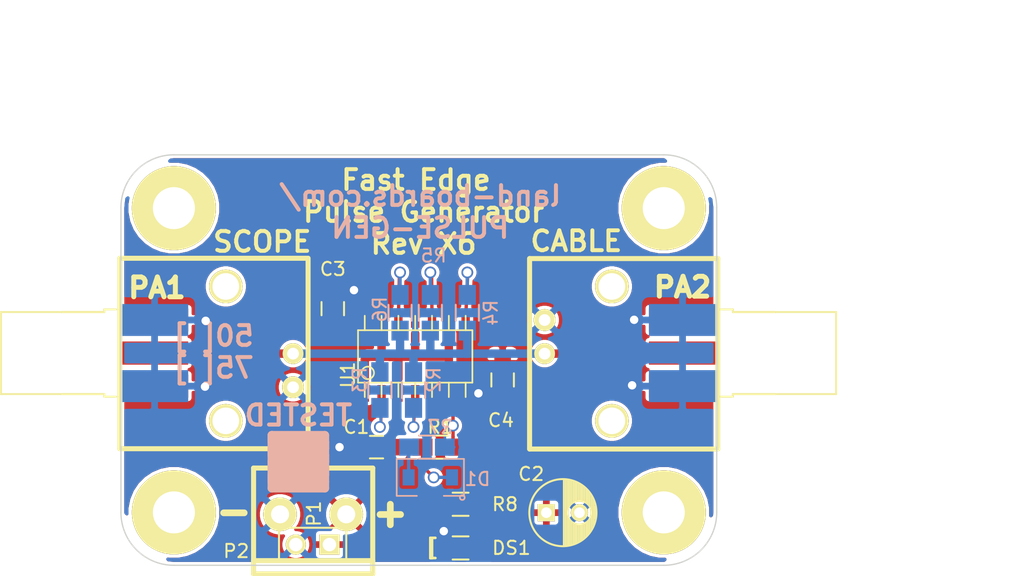
<source format=kicad_pcb>
(kicad_pcb (version 20211014) (generator pcbnew)
  (layers (0 "F.Cu" signal) (31 "B.Cu" signal) (36 "B.SilkS" user "B.Silkscreen") (37 "F.SilkS" user "F.Silkscreen") (38 "B.Mask" user) (39 "F.Mask" user) (44 "Edge.Cuts" user))
  (net 0 "")
  (net 1 "GND")
  (net 2 "VCC")
  (net 3 "Net-(C1-Pad1)")
  (net 4 "Net-(D1-Pad2)")
  (net 5 "Net-(DS1-Pad1)")
  (net 6 "Net-(PA1-Pad1)")
  (net 7 "Net-(R1-Pad2)")
  (net 8 "Net-(R2-Pad1)")
  (net 9 "Net-(R3-Pad1)")
  (net 10 "Net-(R4-Pad1)")
  (net 11 "Net-(R5-Pad1)")
  (net 12 "Net-(R6-Pad1)")
  (footprint "Capacitors_ThroughHole:C_Radial_D5_L11_P2.5" (layer "F.Cu") (at 32.131 27.051)
    (fp_text reference "C2" (at -1.143 -2.921) (layer "F.SilkS"))
    (fp_text value "47uF" hide)
    (fp_line (start 2.165 0.835) (end 2.165 2.327) (layer "F.SilkS") (width 0.15))
    (fp_line (start 3.565 -0.944) (end 3.565 0.944) (layer "F.SilkS") (width 0.15))
    (fp_line (start 2.725 0.871) (end 2.725 2.019) (layer "F.SilkS") (width 0.15))
    (fp_line (start 1.605 -2.475) (end 1.605 -0.095) (layer "F.SilkS") (width 0.15))
    (fp_line (start 1.885 0.657) (end 1.885 2.418) (layer "F.SilkS") (width 0.15))
    (fp_line (start 1.745 -2.451) (end 1.745 -0.49) (layer "F.SilkS") (width 0.15))
    (fp_line (start 2.165 -2.327) (end 2.165 -0.835) (layer "F.SilkS") (width 0.15))
    (fp_line (start 2.865 -1.908) (end 2.865 -0.823) (layer "F.SilkS") (width 0.15))
    (fp_line (start 3.005 0.745) (end 3.005 1.78) (layer "F.SilkS") (width 0.15))
    (fp_line (start 1.325 -2.499) (end 1.325 2.499) (layer "F.SilkS") (width 0.15))
    (fp_line (start 2.585 -2.114) (end 2.585 -0.896) (layer "F.SilkS") (width 0.15))
    (fp_line (start 3.285 0.44) (end 3.285 1.452) (layer "F.SilkS") (width 0.15))
    (fp_line (start 2.305 -2.266) (end 2.305 -0.879) (layer "F.SilkS") (width 0.15))
    (fp_line (start 2.305 0.879) (end 2.305 2.266) (layer "F.SilkS") (width 0.15))
    (fp_line (start 1.885 -2.418) (end 1.885 -0.657) (layer "F.SilkS") (width 0.15))
    (fp_line (start 3.425 -1.233) (end 3.425 1.233) (layer "F.SilkS") (width 0.15))
    (fp_line (start 3.705 -0.472) (end 3.705 0.472) (layer "F.SilkS") (width 0.15))
    (fp_line (start 3.285 -1.452) (end 3.285 -0.44) (layer "F.SilkS") (width 0.15))
    (fp_line (start 2.865 0.823) (end 2.865 1.908) (layer "F.SilkS") (width 0.15))
    (fp_line (start 2.725 -2.019) (end 2.725 -0.871) (layer "F.SilkS") (width 0.15))
    (fp_line (start 2.025 -2.377) (end 2.025 -0.764) (layer "F.SilkS") (width 0.15))
    (fp_line (start 3.145 0.628) (end 3.145 1.631) (layer "F.SilkS") (width 0.15))
    (fp_line (start 3.005 -1.78) (end 3.005 -0.745) (layer "F.SilkS") (width 0.15))
    (fp_line (start 2.445 -2.196) (end 2.445 -0.898) (layer "F.SilkS") (width 0.15))
    (fp_line (start 1.745 0.49) (end 1.745 2.451) (layer "F.SilkS") (width 0.15))
    (fp_line (start 2.445 0.898) (end 2.445 2.196) (layer "F.SilkS") (width 0.15))
    (fp_line (start 3.145 -1.631) (end 3.145 -0.628) (layer "F.SilkS") (width 0.15))
    (fp_line (start 1.465 -2.491) (end 1.465 2.491) (layer "F.SilkS") (width 0.15))
    (fp_line (start 1.605 0.095) (end 1.605 2.475) (layer "F.SilkS") (width 0.15))
    (fp_line (start 2.585 0.896) (end 2.585 2.114) (layer "F.SilkS") (width 0.15))
    (fp_line (start 2.025 0.764) (end 2.025 2.377) (layer "F.SilkS") (width 0.15))
    (fp_circle (center 1.25 0) (end 1.25 -2.5375) (layer "F.SilkS") (width 0.15) (fill none))
    (fp_circle (center 2.5 0) (end 2.5 -0.9) (layer "F.SilkS") (width 0.15) (fill none))
    (pad "1" thru_hole rect locked (at 0 0) (size 1.3 1.3) (drill 0.8) (layers *.Cu *.Mask "F.SilkS") (net 2 "VCC"))
    (pad "2" thru_hole circle locked (at 2.5 0) (size 1.3 1.3) (drill 0.8) (layers *.Cu *.Mask "F.SilkS") (net 1 "GND"))
  )
  (footprint "TB2-5MM" (layer "F.Cu") (at 17.018 27.178 180)
    (fp_text reference "P2" (at 8.31 -2.78 180) (layer "F.SilkS"))
    (fp_text value "CONN_2" hide)
    (fp_line (start -2 -4.5) (end 7 -4.5) (layer "F.SilkS") (width 0.381))
    (fp_line (start -2 3.5) (end 7 3.5) (layer "F.SilkS") (width 0.381))
    (fp_line (start -2 -3.5) (end 7 -3.5) (layer "F.SilkS") (width 0.381))
    (fp_line (start -2 -4.5) (end -2 3.5) (layer "F.SilkS") (width 0.381))
    (fp_line (start 7 -4.5) (end 7 3.5) (layer "F.SilkS") (width 0.381))
    (pad "1" thru_hole circle locked (at 0 0 180) (size 2.54 2.54) (drill 1.3589) (layers *.Cu *.Mask "F.SilkS") (net 2 "VCC"))
    (pad "2" thru_hole circle locked (at 5 0 180) (size 2.54 2.54) (drill 1.3589) (layers *.Cu *.Mask "F.SilkS") (net 1 "GND"))
  )
  (footprint "so-14" (layer "F.Cu") (at 22.225 15.24)
    (fp_text reference "U1" (at -5.08 1.397 90) (layer "F.SilkS"))
    (fp_text value "74AC14" hide)
    (fp_line (start -4.318 1.9812) (end 4.318 1.9812) (layer "F.SilkS") (width 0.127))
    (fp_line (start -3.81 -1.9812) (end -3.81 -3.0734) (layer "F.SilkS") (width 0.127))
    (fp_line (start 2.54 1.9812) (end 2.54 3.0734) (layer "F.SilkS") (width 0.127))
    (fp_line (start -2.54 -1.9812) (end -2.54 -3.0734) (layer "F.SilkS") (width 0.127))
    (fp_line (start 1.27 -3.0734) (end 1.27 -1.9812) (layer "F.SilkS") (width 0.127))
    (fp_line (start 3.81 -3.0734) (end 3.81 -1.9812) (layer "F.SilkS") (width 0.127))
    (fp_line (start -4.318 -1.9812) (end -4.318 1.9812) (layer "F.SilkS") (width 0.127))
    (fp_line (start 3.81 1.9812) (end 3.81 3.0734) (layer "F.SilkS") (width 0.127))
    (fp_line (start 4.318 1.9812) (end 4.318 -1.9812) (layer "F.SilkS") (width 0.127))
    (fp_line (start -1.27 3.0734) (end -1.27 1.9812) (layer "F.SilkS") (width 0.127))
    (fp_line (start -1.27 -1.9812) (end -1.27 -3.0734) (layer "F.SilkS") (width 0.127))
    (fp_line (start 0 -1.9812) (end 0 -3.0734) (layer "F.SilkS") (width 0.127))
    (fp_line (start -2.54 3.0734) (end -2.54 1.9812) (layer "F.SilkS") (width 0.127))
    (fp_line (start 1.27 3.0734) (end 1.27 1.9812) (layer "F.SilkS") (width 0.127))
    (fp_line (start 4.318 -1.9812) (end -4.318 -1.9812) (layer "F.SilkS") (width 0.127))
    (fp_line (start 0 3.0734) (end 0 1.9812) (layer "F.SilkS") (width 0.127))
    (fp_line (start 2.54 -3.0734) (end 2.54 -1.9812) (layer "F.SilkS") (width 0.127))
    (fp_line (start -3.81 1.9812) (end -3.81 3.0734) (layer "F.SilkS") (width 0.127))
    (fp_circle (center -3.5814 1.2446) (end -3.8608 1.6256) (layer "F.SilkS") (width 0.127) (fill none))
    (pad "1" smd rect locked (at -3.81 2.794) (size 0.635 1.27) (layers "F.Cu" "F.Mask") (net 7 "Net-(R1-Pad2)"))
    (pad "2" smd rect locked (at -2.54 2.794) (size 0.635 1.27) (layers "F.Cu" "F.Mask") (net 9 "Net-(R3-Pad1)"))
    (pad "3" smd rect locked (at -1.27 2.794) (size 0.635 1.27) (layers "F.Cu" "F.Mask") (net 7 "Net-(R1-Pad2)"))
    (pad "4" smd rect locked (at 0 2.794) (size 0.635 1.27) (layers "F.Cu" "F.Mask") (net 8 "Net-(R2-Pad1)"))
    (pad "5" smd rect locked (at 1.27 2.794) (size 0.635 1.27) (layers "F.Cu" "F.Mask") (net 3 "Net-(C1-Pad1)"))
    (pad "6" smd rect locked (at 2.54 2.794) (size 0.635 1.27) (layers "F.Cu" "F.Mask") (net 7 "Net-(R1-Pad2)"))
    (pad "7" smd rect locked (at 3.81 2.794) (size 0.635 1.27) (layers "F.Cu" "F.Mask") (net 1 "GND"))
    (pad "8" smd rect locked (at 3.81 -2.794) (size 0.635 1.27) (layers "F.Cu" "F.Mask") (net 10 "Net-(R4-Pad1)"))
    (pad "9" smd rect locked (at 2.54 -2.794) (size 0.635 1.27) (layers "F.Cu" "F.Mask") (net 7 "Net-(R1-Pad2)"))
    (pad "10" smd rect locked (at 1.27 -2.794) (size 0.635 1.27) (layers "F.Cu" "F.Mask") (net 11 "Net-(R5-Pad1)"))
    (pad "11" smd rect locked (at 0 -2.794) (size 0.635 1.27) (layers "F.Cu" "F.Mask") (net 7 "Net-(R1-Pad2)"))
    (pad "12" smd rect locked (at -1.27 -2.794) (size 0.635 1.27) (layers "F.Cu" "F.Mask") (net 12 "Net-(R6-Pad1)"))
    (pad "13" smd rect locked (at -2.54 -2.794) (size 0.635 1.27) (layers "F.Cu" "F.Mask") (net 7 "Net-(R1-Pad2)"))
    (pad "14" smd rect locked (at -3.81 -2.794) (size 0.635 1.27) (layers "F.Cu" "F.Mask") (net 2 "VCC"))
  )
  (footprint "MTG-4-40" (layer "F.Cu") (at 4 27.03)
    (fp_text reference "MTG3" hide)
    (fp_text value "CONN_1" hide)
    (pad "1" thru_hole circle locked (at 0 0) (size 6.35 6.35) (drill 3.175) (layers *.Cu *.Mask "F.SilkS"))
  )
  (footprint "MTG-4-40" (layer "F.Cu") (at 41 4.03)
    (fp_text reference "MTG2" hide)
    (fp_text value "CONN_1" hide)
    (pad "1" thru_hole circle locked (at 0 0) (size 6.35 6.35) (drill 3.175) (layers *.Cu *.Mask "F.SilkS"))
  )
  (footprint "MTG-4-40" (layer "F.Cu") (at 4 4.03)
    (fp_text reference "MTG1" hide)
    (fp_text value "CONN_1" hide)
    (pad "1" thru_hole circle locked (at 0 0) (size 6.35 6.35) (drill 3.175) (layers *.Cu *.Mask "F.SilkS"))
  )
  (footprint "BNC-RT" (layer "F.Cu") (at 13 15.03 90)
    (fp_text reference "PB1" hide)
    (fp_text value "BNC" hide)
    (fp_line (start 7.21106 -13.08354) (end 7.21106 1.1176) (layer "F.SilkS") (width 0.381))
    (fp_line (start -7.1882 1.1176) (end -7.1882 -13.08354) (layer "F.SilkS") (width 0.381))
    (fp_line (start -7.1882 1.13538) (end 7.21106 1.13538) (layer "F.SilkS") (width 0.381))
    (fp_line (start -7.19328 -13.07846) (end 7.20598 -13.07846) (layer "F.SilkS") (width 0.381))
    (pad "" thru_hole circle locked (at -5.08 -5.08 90) (size 2.54 2.54) (drill 2.00914) (layers *.Cu *.Mask "F.SilkS"))
    (pad "" thru_hole circle locked (at 5.08 -5.08 90) (size 2.54 2.54) (drill 2.00914) (layers *.Cu *.Mask "F.SilkS"))
    (pad "1" thru_hole circle locked (at 0 0 90) (size 1.5748 1.5748) (drill 0.889) (layers *.Cu *.Mask "F.SilkS") (net 6 "Net-(PA1-Pad1)"))
    (pad "2" thru_hole circle locked (at -2.54 0 90) (size 1.651 1.651) (drill 0.889) (layers *.Cu *.Mask "F.SilkS") (net 1 "GND"))
  )
  (footprint "MTG-4-40" (layer "F.Cu") (at 41 27.03)
    (fp_text reference "MTG4" hide)
    (fp_text value "CONN_1" hide)
    (pad "1" thru_hole circle locked (at 0 0) (size 6.35 6.35) (drill 3.175) (layers *.Cu *.Mask "F.SilkS"))
  )
  (footprint "BNC-RT" (layer "F.Cu") (at 32 15.03 -90)
    (fp_text reference "PB2" hide)
    (fp_text value "BNC" hide)
    (fp_line (start -7.1882 1.1176) (end -7.1882 -13.08354) (layer "F.SilkS") (width 0.381))
    (fp_line (start -7.19328 -13.07846) (end 7.20598 -13.07846) (layer "F.SilkS") (width 0.381))
    (fp_line (start 7.21106 -13.08354) (end 7.21106 1.1176) (layer "F.SilkS") (width 0.381))
    (fp_line (start -7.1882 1.13538) (end 7.21106 1.13538) (layer "F.SilkS") (width 0.381))
    (pad "" thru_hole circle locked (at 5.08 -5.08 270) (size 2.54 2.54) (drill 2.00914) (layers *.Cu *.Mask "F.SilkS"))
    (pad "" thru_hole circle locked (at -5.08 -5.08 270) (size 2.54 2.54) (drill 2.00914) (layers *.Cu *.Mask "F.SilkS"))
    (pad "1" thru_hole circle locked (at 0 0 270) (size 1.5748 1.5748) (drill 0.889) (layers *.Cu *.Mask "F.SilkS") (net 6 "Net-(PA1-Pad1)"))
    (pad "2" thru_hole circle locked (at -2.54 0 270) (size 1.651 1.651) (drill 0.889) (layers *.Cu *.Mask "F.SilkS") (net 1 "GND"))
  )
  (footprint "PIN_ARRAY_2X1" (layer "F.Cu") (at 14.478 29.464 180)
    (fp_text reference "P1" (at -0.1016 2.3368 270) (layer "F.SilkS"))
    (fp_text value "CONN_2" hide)
    (fp_line (start -2.54 -1.27) (end 2.54 -1.27) (layer "F.SilkS") (width 0.1524))
    (fp_line (start 2.54 1.27) (end -2.54 1.27) (layer "F.SilkS") (width 0.1524))
    (fp_line (start -2.54 1.27) (end -2.54 -1.27) (layer "F.SilkS") (width 0.1524))
    (fp_line (start 2.54 -1.27) (end 2.54 1.27) (layer "F.SilkS") (width 0.1524))
    (pad "1" thru_hole rect locked (at -1.27 0 180) (size 1.524 1.524) (drill 1.016) (layers *.Cu *.Mask "F.SilkS") (net 2 "VCC"))
    (pad "2" thru_hole circle locked (at 1.27 0 180) (size 1.524 1.524) (drill 1.016) (layers *.Cu *.Mask "F.SilkS") (net 1 "GND"))
  )
  (footprint "DougsNewMods:TEST_BLK-REAR" (layer "F.Cu") (at 13.4 23.2)
    (fp_text reference "TESTED" (at 0 -3.5) (layer "B.SilkS") (effects (font (size 1.524 1.524) (thickness 0.3048)) (justify mirror)))
    (fp_text value "VAL**" hide)
    (fp_line (start 2 -2) (end 2 2) (layer "B.SilkS") (width 0.65))
    (fp_line (start 2 -1) (end -2 -1) (layer "B.SilkS") (width 0.65))
    (fp_line (start -2 -2) (end 2 -2) (layer "B.SilkS") (width 0.65))
    (fp_line (start 2 -1.5) (end 2 -1) (layer "B.SilkS") (width 0.65))
    (fp_line (start -2 1) (end -2 1.5) (layer "B.SilkS") (width 0.65))
    (fp_line (start -2 0) (end -2 0.5) (layer "B.SilkS") (width 0.65))
    (fp_line (start 2 -0.5) (end 2 0) (layer "B.SilkS") (width 0.65))
    (fp_line (start 2 0) (end -2 0) (layer "B.SilkS") (width 0.65))
    (fp_line (start 2 2) (end -2 2) (layer "B.SilkS") (width 0.65))
    (fp_line (start -2 -1) (end -2 -0.5) (layer "B.SilkS") (width 0.65))
    (fp_line (start -2 2) (end -2 -2) (layer "B.SilkS") (width 0.65))
    (fp_line (start 2 1) (end -2 1) (layer "B.SilkS") (width 0.65))
    (fp_line (start 2 0.5) (end 2 1) (layer "B.SilkS") (width 0.65))
    (fp_line (start -2 1.5) (end 2 1.5) (layer "B.SilkS") (width 0.65))
    (fp_line (start -2 -0.5) (end 2 -0.5) (layer "B.SilkS") (width 0.65))
    (fp_line (start 1.5 0.5) (end 2 0.5) (layer "B.SilkS") (width 0.65))
    (fp_line (start -2 0.5) (end 1.5 0.5) (layer "B.SilkS") (width 0.65))
    (fp_line (start -2 -1.5) (end 2 -1.5) (layer "B.SilkS") (width 0.65))
    (fp_line (start -2 -2) (end -2 -1.5) (layer "B.SilkS") (width 0.65))
  )
  (footprint "Capacitors_SMD:C_0805_HandSoldering" (layer "F.Cu") (at 19.304 22.098 180)
    (fp_text reference "C1" (at 1.524 1.524 180) (layer "F.SilkS"))
    (fp_text value "47nF" hide)
    (fp_line (start -0.5 0.85) (end 0.5 0.85) (layer "F.SilkS") (width 0.15))
    (fp_line (start 0.5 -0.85) (end -0.5 -0.85) (layer "F.SilkS") (width 0.15))
    (pad "1" smd rect locked (at -1.25 0 180) (size 1.5 1.25) (layers "F.Cu" "F.Mask") (net 3 "Net-(C1-Pad1)"))
    (pad "2" smd rect locked (at 1.25 0 180) (size 1.5 1.25) (layers "F.Cu" "F.Mask") (net 1 "GND"))
  )
  (footprint "Capacitors_SMD:C_0805_HandSoldering" (layer "F.Cu") (at 16 11.63 90)
    (fp_text reference "C3" (at 2.994 0.002 180) (layer "F.SilkS"))
    (fp_text value "0.1uF" hide)
    (fp_line (start 0.5 -0.85) (end -0.5 -0.85) (layer "F.SilkS") (width 0.15))
    (fp_line (start -0.5 0.85) (end 0.5 0.85) (layer "F.SilkS") (width 0.15))
    (pad "1" smd rect locked (at -1.25 0 90) (size 1.5 1.25) (layers "F.Cu" "F.Mask") (net 2 "VCC"))
    (pad "2" smd rect locked (at 1.25 0 90) (size 1.5 1.25) (layers "F.Cu" "F.Mask") (net 1 "GND"))
  )
  (footprint "Capacitors_SMD:C_0805_HandSoldering" (layer "F.Cu") (at 28.829 17.018 -90)
    (fp_text reference "C4" (at 3.048 0.127) (layer "F.SilkS"))
    (fp_text value "0.1uF" hide)
    (fp_line (start 0.5 -0.85) (end -0.5 -0.85) (layer "F.SilkS") (width 0.15))
    (fp_line (start -0.5 0.85) (end 0.5 0.85) (layer "F.SilkS") (width 0.15))
    (pad "1" smd rect locked (at -1.25 0 270) (size 1.5 1.25) (layers "F.Cu" "F.Mask") (net 2 "VCC"))
    (pad "2" smd rect locked (at 1.25 0 270) (size 1.5 1.25) (layers "F.Cu" "F.Mask") (net 1 "GND"))
  )
  (footprint "Resistors_SMD:R_0805_HandSoldering" (layer "F.Cu") (at 25.654 29.718 180)
    (fp_text reference "DS1" (at -3.8354 0 180) (layer "F.SilkS"))
    (fp_text value "LED" hide)
    (fp_line (start 0.6 0.875) (end -0.6 0.875) (layer "F.SilkS") (width 0.15))
    (fp_line (start -0.6 -0.875) (end 0.6 -0.875) (layer "F.SilkS") (width 0.15))
    (pad "1" smd rect locked (at -1.35 0 180) (size 1.5 1.3) (layers "F.Cu" "F.Mask") (net 5 "Net-(DS1-Pad1)"))
    (pad "2" smd rect locked (at 1.35 0 180) (size 1.5 1.3) (layers "F.Cu" "F.Mask") (net 1 "GND"))
  )
  (footprint "Resistors_SMD:R_0805_HandSoldering" (layer "F.Cu") (at 24.13 22.098)
    (fp_text reference "R1" (at 0 -1.524) (layer "F.SilkS"))
    (fp_text value "33K" hide)
    (fp_line (start 0.6 0.875) (end -0.6 0.875) (layer "F.SilkS") (width 0.15))
    (fp_line (start -0.6 -0.875) (end 0.6 -0.875) (layer "F.SilkS") (width 0.15))
    (pad "1" smd rect locked (at -1.35 0) (size 1.5 1.3) (layers "F.Cu" "F.Mask") (net 3 "Net-(C1-Pad1)"))
    (pad "2" smd rect locked (at 1.35 0) (size 1.5 1.3) (layers "F.Cu" "F.Mask") (net 7 "Net-(R1-Pad2)"))
  )
  (footprint "Resistors_SMD:R_0805_HandSoldering" (layer "F.Cu") (at 25.654 26.416)
    (fp_text reference "R8" (at 3.3528 0) (layer "F.SilkS"))
    (fp_text value "240" hide)
    (fp_line (start -0.6 -0.875) (end 0.6 -0.875) (layer "F.SilkS") (width 0.15))
    (fp_line (start 0.6 0.875) (end -0.6 0.875) (layer "F.SilkS") (width 0.15))
    (pad "1" smd rect locked (at -1.35 0) (size 1.5 1.3) (layers "F.Cu" "F.Mask") (net 2 "VCC"))
    (pad "2" smd rect locked (at 1.35 0) (size 1.5 1.3) (layers "F.Cu" "F.Mask") (net 5 "Net-(DS1-Pad1)"))
  )
  (footprint "LandBoards_Conns:SMA_EDGE-F" (layer "F.Cu") (at 2.54 14.986 180)
    (fp_text reference "PA1" (at -0.1778 4.9276 180) (layer "F.SilkS") (effects (font (size 1.5 1.5) (thickness 0.375))))
    (fp_text value "SMA" hide)
    (fp_line (start 3.8 -3.3) (end 3.8 -3.1) (layer "F.SilkS") (width 0.15))
    (fp_line (start 3.8 3.1) (end 11.6 3.1) (layer "F.SilkS") (width 0.15))
    (fp_line (start 3.8 3.3) (end 3.8 3.1) (layer "F.SilkS") (width 0.15))
    (fp_line (start 11.6 3.1) (end 11.6 -3.1) (layer "F.SilkS") (width 0.15))
    (fp_line (start 2.9 -3.3) (end 3.8 -3.3) (layer "F.SilkS") (width 0.15))
    (fp_line (start 3.8 -3.1) (end 7 -3.1) (layer "F.SilkS") (width 0.15))
    (fp_line (start 3.8 3.1) (end 7 3.1) (layer "F.SilkS") (width 0.15))
    (fp_line (start 2.9 3.3) (end 3.8 3.3) (layer "F.SilkS") (width 0.15))
    (fp_line (start 3.8 -3.1) (end 11.6 -3.1) (layer "F.SilkS") (width 0.15))
    (pad "1" smd rect locked (at 0 0 180) (size 5.08 1.75) (layers "F.Cu" "F.Mask") (net 6 "Net-(PA1-Pad1)"))
    (pad "2" smd rect locked (at 0 -2.5 180) (size 5.08 1.75) (layers "F.Cu" "F.Mask") (net 1 "GND"))
    (pad "2" smd rect locked (at 0 2.5 180) (size 5.08 1.75) (layers "F.Cu" "F.Mask") (net 1 "GND"))
    (pad "2" smd rect locked (at 0 -2.5 180) (size 5.08 2.413) (layers "B.Cu" "B.Mask") (net 1 "GND"))
    (pad "2" smd rect locked (at 0 2.5 180) (size 5.08 2.413) (layers "B.Cu" "B.Mask") (net 1 "GND"))
  )
  (footprint "LandBoards_Conns:SMA_EDGE-F" (layer "F.Cu") (at 42.418 14.986)
    (fp_text reference "PA2" (at 0 -4.9784) (layer "F.SilkS") (effects (font (size 1.5 1.5) (thickness 0.375))))
    (fp_text value "SMA" hide)
    (fp_line (start 3.8 -3.1) (end 11.6 -3.1) (layer "F.SilkS") (width 0.15))
    (fp_line (start 3.8 -3.3) (end 3.8 -3.1) (layer "F.SilkS") (width 0.15))
    (fp_line (start 3.8 -3.1) (end 7 -3.1) (layer "F.SilkS") (width 0.15))
    (fp_line (start 3.8 3.1) (end 11.6 3.1) (layer "F.SilkS") (width 0.15))
    (fp_line (start 3.8 3.3) (end 3.8 3.1) (layer "F.SilkS") (width 0.15))
    (fp_line (start 2.9 -3.3) (end 3.8 -3.3) (layer "F.SilkS") (width 0.15))
    (fp_line (start 3.8 3.1) (end 7 3.1) (layer "F.SilkS") (width 0.15))
    (fp_line (start 2.9 3.3) (end 3.8 3.3) (layer "F.SilkS") (width 0.15))
    (fp_line (start 11.6 3.1) (end 11.6 -3.1) (layer "F.SilkS") (width 0.15))
    (pad "1" smd rect locked (at 0 0) (size 5.08 1.75) (layers "F.Cu" "F.Mask") (net 6 "Net-(PA1-Pad1)"))
    (pad "2" smd rect locked (at 0 2.5) (size 5.08 1.75) (layers "F.Cu" "F.Mask") (net 1 "GND"))
    (pad "2" smd rect locked (at 0 -2.5) (size 5.08 2.413) (layers "B.Cu" "B.Mask") (net 1 "GND"))
    (pad "2" smd rect locked (at 0 2.5) (size 5.08 2.413) (layers "B.Cu" "B.Mask") (net 1 "GND"))
    (pad "2" smd rect locked (at 0 -2.5) (size 5.08 1.75) (layers "F.Cu" "F.Mask") (net 1 "GND"))
  )
  (footprint "SOD-123" (layer "B.Cu") (at 23.368 24.384 180)
    (fp_text reference "D1" (at -3.556 -0.127 180) (layer "B.SilkS") (effects (justify mirror)))
    (fp_text value "1N4148" hide)
    (fp_line (start 2.54 1.397) (end 1.016 1.397) (layer "B.SilkS") (width 0.127))
    (fp_line (start -1.016 1.397) (end -2.54 1.397) (layer "B.SilkS") (width 0.127))
    (fp_line (start -2.54 -1.397) (end -1.016 -1.397) (layer "B.SilkS") (width 0.127))
    (fp_line (start -2.54 1.397) (end -2.54 -1.397) (layer "B.SilkS") (width 0.127))
    (fp_line (start 1.016 -1.397) (end 2.54 -1.397) (layer "B.SilkS") (width 0.127))
    (fp_line (start 2.54 -1.397) (end 2.54 1.397) (layer "B.SilkS") (width 0.127))
    (fp_circle (center -2.413 -1.524) (end -2.286 -1.397) (layer "B.SilkS") (width 0.127) (fill none))
    (pad "1" smd rect locked (at -1.63576 0 180) (size 0.90932 1.2192) (layers "B.Cu" "B.Mask") (net 3 "Net-(C1-Pad1)"))
    (pad "2" smd rect locked (at 1.63576 0 180) (size 0.90932 1.2192) (layers "B.Cu" "B.Mask") (net 4 "Net-(D1-Pad2)"))
  )
  (footprint "Resistors_SMD:R_0805_HandSoldering" (layer "B.Cu") (at 22.098 17.78 90)
    (fp_text reference "R2" (at 0.762 1.524 90) (layer "B.SilkS") (effects (justify mirror)))
    (fp_text value "249" hide)
    (fp_line (start 0.6 -0.875) (end -0.6 -0.875) (layer "B.SilkS") (width 0.15))
    (fp_line (start -0.6 0.875) (end 0.6 0.875) (layer "B.SilkS") (width 0.15))
    (pad "1" smd rect locked (at -1.35 0 90) (size 1.5 1.3) (layers "B.Cu" "B.Mask") (net 8 "Net-(R2-Pad1)"))
    (pad "2" smd rect locked (at 1.35 0 90) (size 1.5 1.3) (layers "B.Cu" "B.Mask") (net 6 "Net-(PA1-Pad1)"))
  )
  (footprint "Resistors_SMD:R_0805_HandSoldering" (layer "B.Cu") (at 19.558 17.78 90)
    (fp_text reference "R3" (at 0.762 -1.524 90) (layer "B.SilkS") (effects (justify mirror)))
    (fp_text value "249" hide)
    (fp_line (start 0.6 -0.875) (end -0.6 -0.875) (layer "B.SilkS") (width 0.15))
    (fp_line (start -0.6 0.875) (end 0.6 0.875) (layer "B.SilkS") (width 0.15))
    (pad "1" smd rect locked (at -1.35 0 90) (size 1.5 1.3) (layers "B.Cu" "B.Mask") (net 9 "Net-(R3-Pad1)"))
    (pad "2" smd rect locked (at 1.35 0 90) (size 1.5 1.3) (layers "B.Cu" "B.Mask") (net 6 "Net-(PA1-Pad1)"))
  )
  (footprint "Resistors_SMD:R_0805_HandSoldering" (layer "B.Cu") (at 26.162 11.938 -90)
    (fp_text reference "R4" (at 0 -1.778 -90) (layer "B.SilkS") (effects (justify mirror)))
    (fp_text value "249" hide)
    (fp_line (start -0.6 0.875) (end 0.6 0.875) (layer "B.SilkS") (width 0.15))
    (fp_line (start 0.6 -0.875) (end -0.6 -0.875) (layer "B.SilkS") (width 0.15))
    (pad "1" smd rect locked (at -1.35 0 270) (size 1.5 1.3) (layers "B.Cu" "B.Mask") (net 10 "Net-(R4-Pad1)"))
    (pad "2" smd rect locked (at 1.35 0 270) (size 1.5 1.3) (layers "B.Cu" "B.Mask") (net 6 "Net-(PA1-Pad1)"))
  )
  (footprint "Resistors_SMD:R_0805_HandSoldering" (layer "B.Cu") (at 23.368 11.938 -90)
    (fp_text reference "R5" (at -4.318 -0.254) (layer "B.SilkS") (effects (justify mirror)))
    (fp_text value "249" hide)
    (fp_line (start -0.6 0.875) (end 0.6 0.875) (layer "B.SilkS") (width 0.15))
    (fp_line (start 0.6 -0.875) (end -0.6 -0.875) (layer "B.SilkS") (width 0.15))
    (pad "1" smd rect locked (at -1.35 0 270) (size 1.5 1.3) (layers "B.Cu" "B.Mask") (net 11 "Net-(R5-Pad1)"))
    (pad "2" smd rect locked (at 1.35 0 270) (size 1.5 1.3) (layers "B.Cu" "B.Mask") (net 6 "Net-(PA1-Pad1)"))
  )
  (footprint "Resistors_SMD:R_0805_HandSoldering" (layer "B.Cu") (at 21.082 11.938 -90)
    (fp_text reference "R6" (at -0.254 1.524 -90) (layer "B.SilkS") (effects (justify mirror)))
    (fp_text value "249" hide)
    (fp_line (start 0.6 -0.875) (end -0.6 -0.875) (layer "B.SilkS") (width 0.15))
    (fp_line (start -0.6 0.875) (end 0.6 0.875) (layer "B.SilkS") (width 0.15))
    (pad "1" smd rect locked (at -1.35 0 270) (size 1.5 1.3) (layers "B.Cu" "B.Mask") (net 12 "Net-(R6-Pad1)"))
    (pad "2" smd rect locked (at 1.35 0 270) (size 1.5 1.3) (layers "B.Cu" "B.Mask") (net 6 "Net-(PA1-Pad1)"))
  )
  (footprint "Resistors_SMD:R_0805_HandSoldering" (layer "B.Cu") (at 23.114 22.098)
    (fp_text reference "R7" (at 1.016 -1.524) (layer "B.SilkS") (effects (justify mirror)))
    (fp_text value "150" hide)
    (fp_line (start -0.6 0.875) (end 0.6 0.875) (layer "B.SilkS") (width 0.15))
    (fp_line (start 0.6 -0.875) (end -0.6 -0.875) (layer "B.SilkS") (width 0.15))
    (pad "1" smd rect locked (at -1.35 0) (size 1.5 1.3) (layers "B.Cu" "B.Mask") (net 4 "Net-(D1-Pad2)"))
    (pad "2" smd rect locked (at 1.35 0) (size 1.5 1.3) (layers "B.Cu" "B.Mask") (net 7 "Net-(R1-Pad2)"))
  )
  (gr_line (start 23.368 30.48) (end 23.749 30.48) (layer "F.SilkS") (width 0.2))
  (gr_line (start 23.368 30.48) (end 23.495 30.48) (layer "F.SilkS") (width 0.2))
  (gr_line (start 23.495 28.956) (end 23.495 30.48) (layer "F.SilkS") (width 0.2))
  (gr_line (start 23.368 28.956) (end 23.749 28.956) (layer "F.SilkS") (width 0.2))
  (gr_line (start 23.368 28.956) (end 23.368 30.48) (layer "F.SilkS") (width 0.2))
  (gr_line (start 23.368 28.956) (end 23.495 28.956) (layer "F.SilkS") (width 0.2))
  (gr_line (start 23.368 30.48) (end 23.495 30.48) (layer "F.SilkS") (width 0.2))
  (gr_line (start 41 0) (end 4 0) (layer "Edge.Cuts") (width 0.1))
  (gr_line (start 0 4) (end 0 27.0256) (layer "Edge.Cuts") (width 0.1))
  (gr_arc (start 45 27.03) (mid 43.828427 29.858427) (end 41 31.03) (layer "Edge.Cuts") (width 0.1))
  (gr_arc (start 4 31.03) (mid 1.171573 29.858427) (end 0 27.03) (layer "Edge.Cuts") (width 0.1))
  (gr_arc (start 41 0) (mid 43.828427 1.171573) (end 45 4) (layer "Edge.Cuts") (width 0.1))
  (gr_line (start 4 31.03) (end 41 31.03) (layer "Edge.Cuts") (width 0.1))
  (gr_arc (start 0 4) (mid 1.171573 1.171573) (end 4 0) (layer "Edge.Cuts") (width 0.1))
  (gr_line (start 45 27.0256) (end 45 4) (layer "Edge.Cuts") (width 0.1))
  (gr_text "land-boards.com/\nPULSE-GEN" (at 22.606 4.318) (layer "B.SilkS") (effects (font (size 1.5 1.5) (thickness 0.3)) (justify mirror)))
  (gr_text "50[ ]\n75[ ]" (at 7 14.9) (layer "B.SilkS") (effects (font (size 1.5 1.5) (thickness 0.3)) (justify mirror)))
  (gr_text "SCOPE" (at 10.668 6.5786) (layer "F.SilkS") (effects (font (size 1.5 1.5) (thickness 0.3))))
  (gr_text "Fast Edge \nPulse Generator\nRev X6" (at 22.86 4.318) (layer "F.SilkS") (effects (font (size 1.5 1.5) (thickness 0.3))))
  (gr_text "CABLE" (at 34.3916 6.5278) (layer "F.SilkS") (effects (font (size 1.5 1.5) (thickness 0.3))))
  (gr_text "+" (at 20.3454 27.051) (layer "F.SilkS") (effects (font (size 2.032 2.032) (thickness 0.508))))
  (gr_text "-" (at 8.5344 26.924) (layer "F.SilkS") (effects (font (size 2.032 2.032) (thickness 0.508))))
  (segment (start 26.996 18.034) (end 27 18.03) (width 0.2032) (layer "F.Cu") (net 1))
  (segment (start 17.1525 10.6775) (end 17.6 10.23) (width 0.2032) (layer "F.Cu") (net 1))
  (segment (start 27.0595 17.9705) (end 27 18.03) (width 0.254) (layer "F.Cu") (net 1))
  (segment (start 24.304 28.528) (end 24.384 28.448) (width 0.254) (layer "F.Cu") (net 1))
  (segment (start 6.3392 12.486) (end 6.4008 12.5476) (width 0.2032) (layer "F.Cu") (net 1))
  (segment (start 6.31 17.486) (end 6.35 17.526) (width 0.2032) (layer "F.Cu") (net 1))
  (segment (start 38.775 12.486) (end 38.7604 12.4714) (width 0.2032) (layer "F.Cu") (net 1))
  (segment (start 38.6696 17.486) (end 38.608 17.4244) (width 0.2032) (layer "F.Cu") (net 1))
  (segment (start 2.54 17.486) (end 6.31 17.486) (width 0.2032) (layer "F.Cu") (net 1))
  (segment (start 18.3515 22.098) (end 16.51 22.098) (width 0.254) (layer "F.Cu") (net 1))
  (segment (start 16 10.6775) (end 17.1525 10.6775) (width 0.2032) (layer "F.Cu") (net 1))
  (segment (start 26.996 18.034) (end 26.035 18.034) (width 0.2032) (layer "F.Cu") (net 1))
  (segment (start 2.54 12.486) (end 6.3392 12.486) (width 0.2032) (layer "F.Cu") (net 1))
  (segment (start 24.304 29.718) (end 24.304 28.528) (width 0.254) (layer "F.Cu") (net 1))
  (segment (start 42.418 17.486) (end 38.6696 17.486) (width 0.2032) (layer "F.Cu") (net 1))
  (segment (start 42.418 12.486) (end 38.775 12.486) (width 0.2032) (layer "F.Cu") (net 1))
  (segment (start 28.829 17.9705) (end 27.0595 17.9705) (width 0.254) (layer "F.Cu") (net 1))
  (via (at 6.35 17.526) (size 0.889) (drill 0.635) (layers "F.Cu" "B.Cu") (net 1))
  (via (at 27 18.03) (size 0.889) (drill 0.635) (layers "F.Cu" "B.Cu") (net 1))
  (via (at 17.6 10.23) (size 0.889) (drill 0.635) (layers "F.Cu" "B.Cu") (net 1))
  (via (at 6.4008 12.5476) (size 0.889) (drill 0.635) (layers "F.Cu" "B.Cu") (net 1))
  (via (at 38.7604 12.4714) (size 0.889) (drill 0.635) (layers "F.Cu" "B.Cu") (net 1))
  (via (at 16.51 22.098) (size 0.889) (drill 0.635) (layers "F.Cu" "B.Cu") (net 1))
  (via (at 24.384 28.448) (size 0.889) (drill 0.635) (layers "F.Cu" "B.Cu") (net 1))
  (via (at 38.608 17.4244) (size 0.889) (drill 0.635) (layers "F.Cu" "B.Cu") (net 1))
  (segment (start 38.608 17.4244) (end 38.5572 17.4244) (width 0.2032) (layer "B.Cu") (net 1))
  (segment (start 23.495 19.558) (end 23.1775 19.8755) (width 0.254) (layer "F.Cu") (net 3))
  (segment (start 23.1775 19.8755) (end 23.1775 22.098) (width 0.254) (layer "F.Cu") (net 3))
  (segment (start 23.622 24.384) (end 22.78 23.542) (width 0.254) (layer "F.Cu") (net 3))
  (segment (start 22.78 23.542) (end 22.78 22.098) (width 0.254) (layer "F.Cu") (net 3))
  (segment (start 23.495 18.034) (end 23.495 19.558) (width 0.254) (layer "F.Cu") (net 3))
  (segment (start 20.2565 22.098) (end 23.1775 22.098) (width 0.254) (layer "F.Cu") (net 3))
  (via (at 23.622 24.384) (size 0.889) (drill 0.635) (layers "F.Cu" "B.Cu") (net 3))
  (segment (start 25.00376 24.384) (end 23.622 24.384) (width 0.254) (layer "B.Cu") (net 3))
  (segment (start 21.73224 22.12976) (end 21.764 22.098) (width 0.254) (layer "B.Cu") (net 4))
  (segment (start 21.73224 24.384) (end 21.73224 24.24176) (width 0.254) (layer "B.Cu") (net 4))
  (segment (start 21.73224 24.384) (end 21.73224 22.12976) (width 0.254) (layer "B.Cu") (net 4))
  (segment (start 26.70302 26.51252) (end 26.6065 26.416) (width 0.254) (layer "F.Cu") (net 5))
  (segment (start 27.004 26.416) (end 27.004 29.718) (width 0.254) (layer "F.Cu") (net 5))
  (segment (start 32 15.03) (end 42 15.03) (width 0.635) (layer "F.Cu") (net 6))
  (segment (start 13 15.03) (end 3 15.03) (width 0.635) (layer "F.Cu") (net 6))
  (segment (start 26.035 15.03) (end 26.162 15.03) (width 0.635) (layer "B.Cu") (net 6))
  (segment (start 23.495 15.03) (end 26.035 15.03) (width 0.635) (layer "B.Cu") (net 6))
  (segment (start 20.955 15.03) (end 21.082 15.03) (width 0.635) (layer "B.Cu") (net 6))
  (segment (start 22.225 15.03) (end 23.495 15.03) (width 0.635) (layer "B.Cu") (net 6))
  (segment (start 19.685 15.03) (end 20.955 15.03) (width 0.635) (layer "B.Cu") (net 6))
  (segment (start 26.162 15.03) (end 32 15.03) (width 0.635) (layer "B.Cu") (net 6))
  (segment (start 23.368 14.903) (end 23.495 15.03) (width 0.635) (layer "B.Cu") (net 6))
  (segment (start 21.082 15.03) (end 22.225 15.03) (width 0.635) (layer "B.Cu") (net 6))
  (segment (start 19.558 15.157) (end 19.685 15.03) (width 0.635) (layer "B.Cu") (net 6))
  (segment (start 22.098 15.157) (end 22.225 15.03) (width 0.635) (layer "B.Cu") (net 6))
  (segment (start 21.082 13.288) (end 21.082 15.03) (width 0.635) (layer "B.Cu") (net 6))
  (segment (start 22.098 16.43) (end 22.098 15.157) (width 0.635) (layer "B.Cu") (net 6))
  (segment (start 13 15.03) (end 19.685 15.03) (width 0.635) (layer "B.Cu") (net 6))
  (segment (start 26.162 13.288) (end 26.162 15.03) (width 0.635) (layer "B.Cu") (net 6))
  (segment (start 23.368 13.288) (end 23.368 14.903) (width 0.635) (layer "B.Cu") (net 6))
  (segment (start 19.558 16.43) (end 19.558 15.157) (width 0.635) (layer "B.Cu") (net 6))
  (segment (start 24.895 21.9105) (end 25.0825 22.098) (width 0.2032) (layer "F.Cu") (net 7))
  (segment (start 22.2 12.471) (end 22.225 12.446) (width 0.2032) (layer "F.Cu") (net 7))
  (segment (start 24.765 19.431) (end 25.0825 19.7485) (width 0.254) (layer "F.Cu") (net 7))
  (segment (start 25.0825 19.7485) (end 25.0825 21.3106) (width 0.254) (layer "F.Cu") (net 7))
  (segment (start 24.3586 15.2654) (end 22.225 15.2654) (width 0.635) (layer "F.Cu") (net 7))
  (segment (start 20.955 15.6972) (end 20.5232 15.2654) (width 0.254) (layer "F.Cu") (net 7))
  (segment (start 20.5232 15.2654) (end 19.685 15.2654) (width 0.635) (layer "F.Cu") (net 7))
  (segment (start 24.765 15.6718) (end 24.3586 15.2654) (width 0.254) (layer "F.Cu") (net 7))
  (segment (start 21.8694 15.2654) (end 20.955 15.2654) (width 0.635) (layer "F.Cu") (net 7))
  (segment (start 20.2946 15.2654) (end 20.5232 15.2654) (width 0.635) (layer "F.Cu") (net 7))
  (segment (start 22.225 15.2654) (end 21.8694 15.2654) (width 0.635) (layer "F.Cu") (net 7))
  (segment (start 24.765 17.1958) (end 24.765 16.6624) (width 0.254) (layer "F.Cu") (net 7))
  (segment (start 20.955 17.1196) (end 20.955 16.9418) (width 0.254) (layer "F.Cu") (net 7))
  (segment (start 20.955 16.9418) (end 20.955 15.6972) (width 0.254) (layer "F.Cu") (net 7))
  (segment (start 20.955 15.2654) (end 20.2946 15.2654) (width 0.635) (layer "F.Cu") (net 7))
  (segment (start 18.415 15.494) (end 18.6436 15.2654) (width 0.635) (layer "F.Cu") (net 7))
  (segment (start 18.6436 15.2654) (end 19.685 15.2654) (width 0.635) (layer "F.Cu") (net 7))
  (segment (start 24.765 14.859) (end 24.3586 15.2654) (width 0.254) (layer "F.Cu") (net 7))
  (segment (start 24.765 13.6906) (end 24.765 14.859) (width 0.254) (layer "F.Cu") (net 7))
  (segment (start 24.765 16.6624) (end 24.765 15.6718) (width 0.254) (layer "F.Cu") (net 7))
  (segment (start 24.765 13.5636) (end 24.765 13.6906) (width 0.254) (layer "F.Cu") (net 7))
  (segment (start 25.0698 20.4724) (end 25.0825 20.4851) (width 0.2032) (layer "F.Cu") (net 7))
  (segment (start 25.0825 20.4851) (end 25.0825 21.3106) (width 0.2032) (layer "F.Cu") (net 7))
  (segment (start 25.0825 21.3106) (end 25.0825 22.098) (width 0.254) (layer "F.Cu") (net 7))
  (segment (start 19.685 13.5382) (end 19.685 15.2654) (width 0.635) (layer "F.Cu") (net 7))
  (segment (start 24.765 18.034) (end 24.765 19.431) (width 0.254) (layer "F.Cu") (net 7))
  (segment (start 24.765 12.446) (end 24.765 13.5636) (width 0.254) (layer "F.Cu") (net 7))
  (segment (start 18.415 18.034) (end 18.415 17.526) (width 0.254) (layer "F.Cu") (net 7))
  (segment (start 19.685 12.446) (end 19.685 13.5382) (width 0.254) (layer "F.Cu") (net 7))
  (segment (start 22.225 12.446) (end 22.225 13.5128) (width 0.254) (layer "F.Cu") (net 7))
  (segment (start 20.955 16.9418) (end 20.955 15.2654) (width 0.635) (layer "F.Cu") (net 7))
  (segment (start 24.765 13.5636) (end 24.765 16.6624) (width 0.635) (layer "F.Cu") (net 7))
  (segment (start 18.415 18.034) (end 18.415 16.9672) (width 0.254) (layer "F.Cu") (net 7))
  (segment (start 20.955 18.034) (end 20.955 17.1196) (width 0.254) (layer "F.Cu") (net 7))
  (segment (start 18.415 16.9672) (end 18.415 15.494) (width 0.635) (layer "F.Cu") (net 7))
  (segment (start 24.765 18.034) (end 24.765 17.1958) (width 0.254) (layer "F.Cu") (net 7))
  (segment (start 22.225 13.5128) (end 22.225 15.2654) (width 0.635) (layer "F.Cu") (net 7))
  (via (at 25.0698 20.4724) (size 0.889) (drill 0.635) (layers "F.Cu" "B.Cu") (net 7))
  (segment (start 24.464 21.0782) (end 25.0698 20.4724) (width 0.2032) (layer "B.Cu") (net 7))
  (segment (start 24.0665 22.098) (end 25.146 22.098) (width 0.254) (layer "B.Cu") (net 7))
  (segment (start 24.464 22.098) (end 24.464 21.0782) (width 0.2032) (layer "B.Cu") (net 7))
  (segment (start 22.225 19.005) (end 22.098 20.574) (width 0.2032) (layer "F.Cu") (net 8))
  (segment (start 22.225 18.034) (end 22.225 19.005) (width 0.2032) (layer "F.Cu") (net 8))
  (via (at 22.098 20.574) (size 0.889) (drill 0.635) (layers "F.Cu" "B.Cu") (net 8))
  (segment (start 22.098 20.574) (end 22.098 19.005) (width 0.2032) (layer "B.Cu") (net 8))
  (segment (start 22.098 19.005) (end 22.098 18.7325) (width 0.2032) (layer "B.Cu") (net 8))
  (segment (start 19.643 20.489) (end 19.558 20.574) (width 0.2032) (layer "F.Cu") (net 9))
  (segment (start 19.685 18.034) (end 19.643 20.489) (width 0.2032) (layer "F.Cu") (net 9))
  (via (at 19.558 20.574) (size 0.889) (drill 0.635) (layers "F.Cu" "B.Cu") (net 9))
  (segment (start 19.558 20.574) (end 19.643 20.489) (width 0.2032) (layer "B.Cu") (net 9))
  (segment (start 19.643 20.489) (end 19.558 18.7325) (width 0.2032) (layer "B.Cu") (net 9))
  (segment (start 26.197 8.925) (end 26.162 8.89) (width 0.254) (layer "F.Cu") (net 10))
  (segment (start 26.035 12.446) (end 26.197 8.925) (width 0.254) (layer "F.Cu") (net 10))
  (via (at 26.162 8.89) (size 0.889) (drill 0.635) (layers "F.Cu" "B.Cu") (net 10))
  (segment (start 26.162 8.89) (end 26.197 8.925) (width 0.254) (layer "B.Cu") (net 10))
  (segment (start 26.162 10.588) (end 26.162 8.89) (width 0.254) (layer "B.Cu") (net 10))
  (segment (start 23.463 8.985) (end 23.368 8.89) (width 0.254) (layer "F.Cu") (net 11))
  (segment (start 23.495 12.446) (end 23.463 8.985) (width 0.254) (layer "F.Cu") (net 11))
  (via (at 23.368 8.89) (size 0.889) (drill 0.635) (layers "F.Cu" "B.Cu") (net 11))
  (segment (start 23.368 8.89) (end 23.463 8.985) (width 0.254) (layer "B.Cu") (net 11))
  (segment (start 23.368 10.588) (end 23.368 8.89) (width 0.254) (layer "B.Cu") (net 11))
  (segment (start 21.037 8.935) (end 21.082 8.89) (width 0.254) (layer "F.Cu") (net 12))
  (segment (start 20.955 12.446) (end 21.037 8.935) (width 0.254) (layer "F.Cu") (net 12))
  (via (at 21.082 8.89) (size 0.889) (drill 0.635) (layers "F.Cu" "B.Cu") (net 12))
  (segment (start 21.037 8.935) (end 21.082 8.89) (width 0.254) (layer "B.Cu") (net 12))
  (segment (start 21.082 10.588) (end 21.082 8.89) (width 0.254) (layer "B.Cu") (net 12))
  (zone (net 2) (net_name "VCC") (layer "F.Cu") (connect_pads (clearance 0.2032)) (min_thickness 0.254) (fill yes (thermal_gap 0.508) (thermal_bridge_width 0.508))
    (polygon (pts (xy 4 0.03) (xy 40.8 0.03) (xy 44.958 4.064) (xy 45 27.03) (xy 40.8 31.03) (xy 3.8 31.03) (xy 0 26.83) (xy 0 3.81)))
  )
  (zone (net 1) (net_name "GND") (layer "B.Cu") (connect_pads (clearance 0.2032)) (min_thickness 0.254) (fill yes (thermal_gap 0.508) (thermal_bridge_width 0.508))
    (polygon (pts (xy 45 27.03) (xy 40.8 31.03) (xy 3.8 31.03) (xy 0 26.83) (xy 0 3.556) (xy 4 0.03) (xy 40.8 0.03) (xy 44.958 3.556)))
  )
)
</source>
